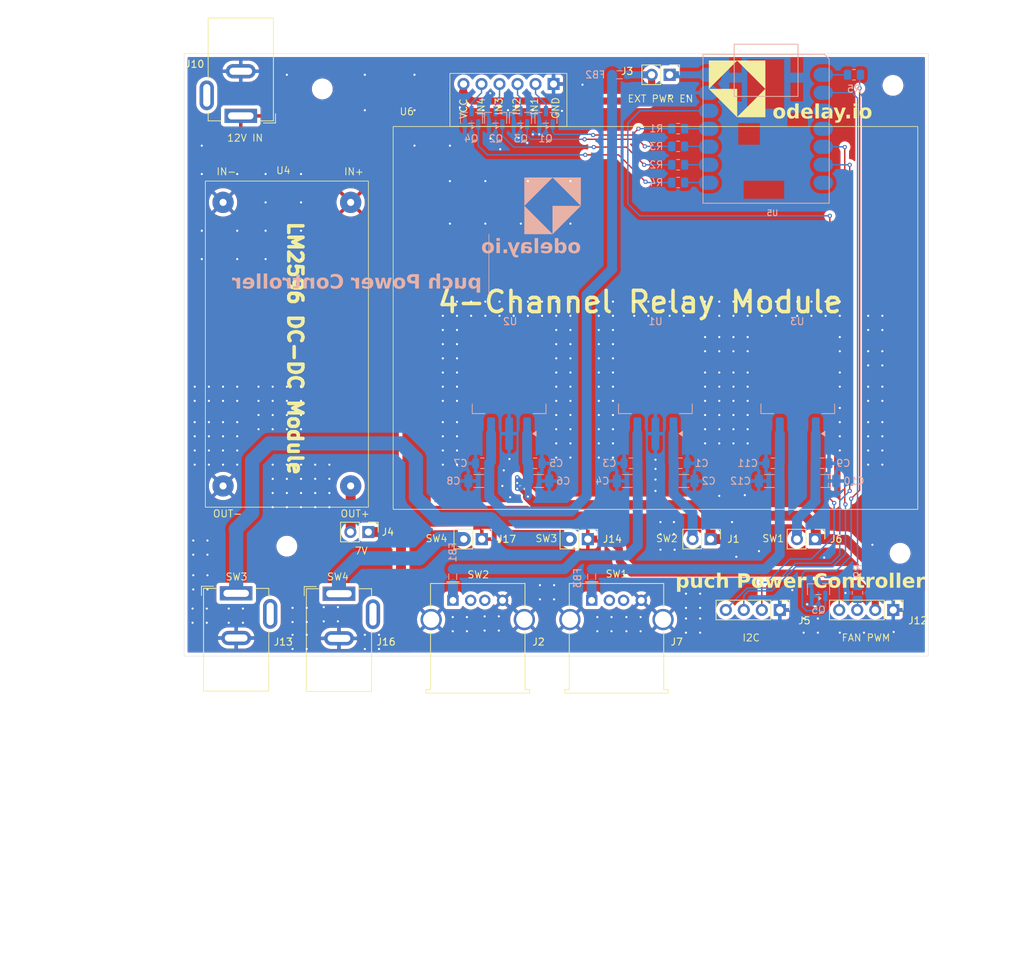
<source format=kicad_pcb>
(kicad_pcb (version 20241229) (generator "pcbnew") (generator_version "9.0")
  (title_block (title "puch Power Controller") (date "2026-01-04") (rev "0.1") (company "http://odelay.io"))
  (layers (0 "F.Cu" signal) (2 "B.Cu" signal) (13 "F.Paste" user) (15 "B.Paste" user) (5 "F.SilkS" user "F.Silkscreen") (7 "B.SilkS" user "B.Silkscreen") (1 "F.Mask" user) (3 "B.Mask" user) (25 "Edge.Cuts" user))
  (net 0 "")
  (net 1 "GNDREF")
  (net 2 "+12V")
  (net 3 "Net-(U1-VO)")
  (net 4 "Net-(U2-VO)")
  (net 5 "Net-(U3-VO)")
  (net 6 "+5V")
  (net 7 "/Relay-IN-2")
  (net 8 "/Relay-IN-4")
  (net 9 "/Relay-IN-3")
  (net 10 "/Relay-IN-1")
  (net 11 "/CTRL-GPIO-1")
  (net 12 "/CTRL-GPIO-3")
  (net 13 "+7V")
  (net 14 "/CTRL-GPIO-2")
  (net 15 "Net-(J3-Pin_1)")
  (net 16 "/FAN-Speed-Sense")
  (net 17 "Net-(Q1-B)")
  (net 18 "Net-(Q2-B)")
  (net 19 "Net-(Q3-B)")
  (net 20 "Net-(Q4-B)")
  (net 21 "Net-(J1-Pin_2)")
  (net 22 "Net-(J6-Pin_2)")
  (net 23 "Net-(J2-VBUS)")
  (net 24 "Net-(J7-VBUS)")
  (net 30 "Net-(J14-Pin_2)")
  (net 32 "Net-(J17-Pin_2)")
  (net 34 "+3.3V")
  (net 35 "/SCL")
  (net 36 "/SDA")
  (net 37 "/FAN-PWM")
  (net 38 "Net-(Q5-B)")
  (net 39 "/CTRL-GPIO-4")
  (net 40 "Net-(U5-PA02_A0_D0)")
  (net 44 "Net-(U5-PA4_A1_D1)")
  (net 45 "Net-(J4-Pin_2)")
  (footprint "odelay:4-Channel-Relay" (layer "F.Cu") (at 129.5 59.8)
    (property "Reference" "U6")
    (property "Value" "4-Channel-Relay-Module")
  )
  (footprint "Connector_PinHeader_2.54mm:PinHeader_1x04_P2.54mm_Vertical" (layer "F.Cu") (at 200.54 128.5 -90)
    (property "Reference" "J12")
    (property "Value" "Conn_01x04_Pin")
  )
  (footprint "Connector_USB:USB_A_Molex_67643_Horizontal" (layer "F.Cu") (at 138.43 127.14)
    (property "Reference" "J2")
    (property "Value" "USB_A")
  )
  (footprint "Connector_PinHeader_2.54mm:PinHeader_1x02_P2.54mm_Vertical" (layer "F.Cu") (at 142.5 118.5 -90)
    (property "Reference" "J17")
    (property "Value" "Conn_01x02_Pin")
  )
  (footprint "MountingHole:MountingHole_2.7mm_M2.5" (layer "F.Cu") (at 200.5 54.5)
    (property "Reference" "H1" (hide yes))
    (property "Value" "MountingHole")
  )
  (footprint "Connector_PinHeader_2.54mm:PinHeader_1x02_P2.54mm_Vertical" (layer "F.Cu") (at 126.5 117.5 -90)
    (property "Reference" "J4")
    (property "Value" "Conn_01x02_Pin")
  )
  (footprint "Odelay_logo_15mm:odelay_logo_8mm" (layer "F.Cu") (at 178.5 55)
    (property "Reference" "G***" (hide yes))
    (property "Value" "LOGO" (hide yes))
  )
  (footprint "MountingHole:MountingHole_2.7mm_M2.5" (layer "F.Cu") (at 120 55)
    (property "Reference" "H3" (hide yes))
    (property "Value" "MountingHole")
  )
  (footprint "MountingHole:MountingHole_2.7mm_M2.5" (layer "F.Cu") (at 115 119.5)
    (property "Reference" "H4" (hide yes))
    (property "Value" "MountingHole")
  )
  (footprint "Connector_PinHeader_2.54mm:PinHeader_1x02_P2.54mm_Vertical" (layer "F.Cu") (at 157.46 118.5 -90)
    (property "Reference" "J14")
    (property "Value" "Conn_01x02_Pin")
  )
  (footprint "Connector_PinHeader_2.54mm:PinHeader_1x02_P2.54mm_Vertical" (layer "F.Cu") (at 189.5 118.5 -90)
    (property "Reference" "J6")
    (property "Value" "Conn_01x02_Pin")
  )
  (footprint "Connector_USB:USB_A_Molex_67643_Horizontal" (layer "F.Cu") (at 158 127.14)
    (property "Reference" "J7")
    (property "Value" "USB_A")
  )
  (footprint "Connector_BarrelJack:BarrelJack_GCT_DCJ200-10-A_Horizontal" (layer "F.Cu") (at 108.5 58.8 180)
    (property "Reference" "J10")
    (property "Value" "Barrel_Jack_Switch")
  )
  (footprint "odelay:LM2596_Module" (layer "F.Cu") (at 124 71 -90)
    (property "Reference" "U4")
    (property "Value" "LM2596_Module")
  )
  (footprint "Connector_PinHeader_2.54mm:PinHeader_1x02_P2.54mm_Vertical" (layer "F.Cu") (at 174.775 118.5 -90)
    (property "Reference" "J1")
    (property "Value" "Conn_01x02_Pin")
  )
  (footprint "Connector_PinHeader_2.54mm:PinHeader_1x04_P2.54mm_Vertical" (layer "F.Cu") (at 184.54 128.5 -90)
    (property "Reference" "J5")
    (property "Value" "Conn_01x04_Pin")
  )
  (footprint "Connector_BarrelJack:BarrelJack_GCT_DCJ200-10-A_Horizontal" (layer "F.Cu") (at 107.85 126.15)
    (property "Reference" "J13")
    (property "Value" "Barrel_Jack_Switch")
  )
  (footprint "MountingHole:MountingHole_2.7mm_M2.5" (layer "F.Cu") (at 201.5 120.5)
    (property "Reference" "H2" (hide yes))
    (property "Value" "MountingHole")
  )
  (footprint "Connector_PinHeader_2.54mm:PinHeader_1x02_P2.54mm_Vertical" (layer "F.Cu") (at 169 53 -90)
    (property "Reference" "J3")
    (property "Value" "Conn_01x02_Pin")
  )
  (footprint "Connector_BarrelJack:BarrelJack_GCT_DCJ200-10-A_Horizontal" (layer "F.Cu") (at 122.35 126.2)
    (property "Reference" "J16")
    (property "Value" "Barrel_Jack_Switch")
  )
  (footprint "Package_TO_SOT_SMD:TO-263-3_TabPin2" (layer "B.Cu") (at 166.985 95.975 90)
    (property "Reference" "U1")
    (property "Value" "LM7805_TO220")
  )
  (footprint "Resistor_SMD:R_0805_2012Metric" (layer "B.Cu") (at 195 53 180)
    (property "Reference" "R5")
    (property "Value" "1K")
  )
  (footprint "Odelay_logo_15mm:odelay_logo_8mm" (layer "B.Cu") (at 152.5 71.5 180)
    (property "Reference" "G***" (hide yes))
    (property "Value" "LOGO" (hide yes))
  )
  (footprint "Capacitor_SMD:C_1206_3216Metric" (layer "B.Cu") (at 142.075 110.3 180)
    (property "Reference" "C8")
    (property "Value" "47uF")
  )
  (footprint "Capacitor_SMD:C_0805_2012Metric" (layer "B.Cu") (at 150.025 107.8)
    (property "Reference" "C5")
    (property "Value" "0.33uF")
  )
  (footprint "Resistor_SMD:R_0805_2012Metric" (layer "B.Cu") (at 170.2 63.1 180)
    (property "Reference" "R3")
    (property "Value" "1K")
  )
  (footprint "xiao:MOUDLE14P-SMD-2.54-21X17.8MM" (layer "B.Cu") (at 191.5 71.12 180)
    (property "Reference" "U5")
    (property "Value" "MOUDLE-SEEEDUINO-XIAO-ESP32C3")
  )
  (footprint "Capacitor_SMD:C_0805_2012Metric" (layer "B.Cu") (at 142.575 107.8 180)
    (property "Reference" "C7")
    (property "Value" "0.1uF")
  )
  (footprint "Capacitor_SMD:C_0805_2012Metric" (layer "B.Cu") (at 170.525 107.8)
    (property "Reference" "C1")
    (property "Value" "0.33uF")
  )
  (footprint "Capacitor_SMD:C_1206_3216Metric" (layer "B.Cu") (at 183.05 110.3 180)
    (property "Reference" "C12")
    (property "Value" "47uF")
  )
  (footprint "Capacitor_SMD:C_1206_3216Metric" (layer "B.Cu") (at 191.025 110.3)
    (property "Reference" "C10")
    (property "Value" "22uF")
  )
  (footprint "Capacitor_SMD:C_0805_2012Metric" (layer "B.Cu") (at 163.525 107.8 180)
    (property "Reference" "C3")
    (property "Value" "0.1uF")
  )
  (footprint "Capacitor_SMD:C_0805_2012Metric" (layer "B.Cu") (at 190.525 107.8)
    (property "Reference" "C9")
    (property "Value" "0.33uF")
  )
  (footprint "Resistor_SMD:R_0805_2012Metric" (layer "B.Cu") (at 170.2 68.2 180)
    (property "Reference" "R4")
    (property "Value" "1K")
  )
  (footprint "Package_TO_SOT_SMD:SOT-23" (layer "B.Cu") (at 151.55 59.0625 90)
    (property "Reference" "Q1")
    (property "Value" "PMBT2222A")
  )
  (footprint "Package_TO_SOT_SMD:TO-263-3_TabPin2" (layer "B.Cu") (at 187.0725 95.975 90)
    (property "Reference" "U3")
    (property "Value" "LM7805_TO220")
  )
  (footprint "Package_TO_SOT_SMD:SOT-23" (layer "B.Cu") (at 190 125.5625 90)
    (property "Reference" "Q5")
    (property "Value" "PMBT2222A")
  )
  (footprint "Package_TO_SOT_SMD:TO-263-3_TabPin2" (layer "B.Cu") (at 146.35 95.975 90)
    (property "Reference" "U2")
    (property "Value" "LM7805_TO220")
  )
  (footprint "Package_TO_SOT_SMD:SOT-23" (layer "B.Cu") (at 144.45 59.0625 90)
    (property "Reference" "Q2")
    (property "Value" "PMBT2222A")
  )
  (footprint "Package_TO_SOT_SMD:SOT-23" (layer "B.Cu") (at 141.05 59.0625 90)
    (property "Reference" "Q4")
    (property "Value" "PMBT2222A")
  )
  (footprint "Inductor_SMD:L_0805_2012Metric" (layer "B.Cu") (at 161.9375 53)
    (property "Reference" "FB2")
    (property "Value" "FerriteBead")
  )
  (footprint "Inductor_SMD:L_0805_2012Metric" (layer "B.Cu") (at 138.4 123.8 -90)
    (property "Reference" "FB1")
    (property "Value" "FerriteBead")
  )
  (footprint "Inductor_SMD:L_0805_2012Metric" (layer "B.Cu") (at 158 123.8 -90)
    (property "Reference" "FB3")
    (property "Value" "FerriteBead")
  )
  (footprint "Capacitor_SMD:C_1206_3216Metric" (layer "B.Cu") (at 150.525 110.3)
    (property "Reference" "C6")
    (property "Value" "22uF")
  )
  (footprint "Resistor_SMD:R_0805_2012Metric" (layer "B.Cu") (at 170.2 60.6 180)
    (property "Reference" "R1")
    (property "Value" "1K")
  )
  (footprint "Resistor_SMD:R_0805_2012Metric" (layer "B.Cu") (at 170.2 65.7 180)
    (property "Reference" "R2")
    (property "Value" "1K")
  )
  (footprint "Capacitor_SMD:C_1206_3216Metric" (layer "B.Cu") (at 163.025 110.3 180)
    (property "Reference" "C4")
    (property "Value" "47uF")
  )
  (footprint "Resistor_SMD:R_0805_2012Metric" (layer "B.Cu") (at 195.5 126.0875 90)
    (property "Reference" "R9")
    (property "Value" "0ohm")
  )
  (footprint "Package_TO_SOT_SMD:SOT-23" (layer "B.Cu") (at 147.95 59.0625 90)
    (property "Reference" "Q3")
    (property "Value" "PMBT2222A")
  )
  (footprint "Capacitor_SMD:C_1206_3216Metric" (layer "B.Cu") (at 171.025 110.3)
    (property "Reference" "C2")
    (property "Value" "22uF")
  )
  (footprint "Capacitor_SMD:C_0805_2012Metric" (layer "B.Cu") (at 183.55 107.8 180)
    (property "Reference" "C11")
    (property "Value" "0.1uF")
  )
  (gr_line (start 143.5 75.5) (end 143.5 84) (stroke (width 0.1)) (layer "B.SilkS"))
  (gr_rect (start 100.5 50) (end 205.5 135) (stroke (width 0.05)) (fill no) (layer "Edge.Cuts"))
  (gr_text "SW3" (at 150 119 0) (layer "F.SilkS") (effects (font (size 1 1) (thickness 0.127)) (justify left bottom)))
  (gr_text "7V" (at 124.5 120.75 0) (layer "F.SilkS") (effects (font (size 1 1) (thickness 0.127)) (justify left bottom)))
  (gr_text "SW2" (at 140.4 124.1 0) (layer "F.SilkS") (effects (font (size 1 1) (thickness 0.127)) (justify left bottom)))
  (gr_text "EXT PWR EN" (at 163 56.968413 0) (layer "F.SilkS") (effects (font (size 1 1) (thickness 0.127)) (justify left bottom)))
  (gr_text "SW1" (at 159.9 124 0) (layer "F.SilkS") (effects (font (size 1 1) (thickness 0.127)) (justify left bottom)))
  (gr_text "SW1" (at 182 119 0) (layer "F.SilkS") (effects (font (size 1 1) (thickness 0.127)) (justify left bottom)))
  (gr_text "puch Power Controller" (at 169.8 125.7 0) (layer "F.SilkS") (effects (font (size 2 2) (thickness 0.4) (bold yes) (italic yes)) (justify left bottom)))
  (gr_text "SW3" (at 106.3 124.4 0) (layer "F.SilkS") (effects (font (size 1 1) (thickness 0.127)) (justify left bottom)))
  (gr_text "SW4" (at 134.5 119 0) (layer "F.SilkS") (effects (font (size 1 1) (thickness 0.127)) (justify left bottom)))
  (gr_text "I2C" (at 179.2 133 0) (layer "F.SilkS") (effects (font (size 1 1) (thickness 0.127)) (justify left bottom)))
  (gr_text "SW2" (at 167 119 0) (layer "F.SilkS") (effects (font (size 1 1) (thickness 0.127)) (justify left bottom)))
  (gr_text "odelay.io" (at 183.5 59.5 -0) (layer "F.SilkS") (effects (font (size 2 2) (thickness 0.4) (bold yes)) (justify left bottom)))
  (gr_text "FAN PWM" (at 193.2 133 0) (layer "F.SilkS") (effects (font (size 1 1) (thickness 0.127)) (justify left bottom)))
  (gr_text "12V IN" (at 106.5 62.5 0) (layer "F.SilkS") (effects (font (size 1 1) (thickness 0.127)) (justify left bottom)))
  (gr_text "SW4" (at 120.6 124.4 0) (layer "F.SilkS") (effects (font (size 1 1) (thickness 0.127)) (justify left bottom)))
  (gr_text "puch Power Controller" (at 142.5 83.5 0) (layer "B.SilkS") (effects (font (size 2 2) (thickness 0.4) (bold yes) (italic yes)) (justify left bottom mirror)))
  (gr_text "odelay.io" (at 156.5 78.5 0) (layer "B.SilkS") (effects (font (size 2 2) (thickness 0.4) (bold yes)) (justify left bottom mirror)))
  (via (at 153 93) (size 0.6) (drill 0.3) (layers "F.Cu" "B.Cu") (net 1))
  (via (at 115 99) (size 0.6) (drill 0.3) (layers "F.Cu" "B.Cu") (net 1))
  (via (at 155 89) (size 0.6) (drill 0.3) (layers "F.Cu" "B.Cu") (net 1))
  (via (at 196.4 131.7) (size 0.6) (drill 0.3) (layers "F.Cu" "B.Cu") (net 1))
  (via (at 115 110) (size 0.6) (drill 0.3) (layers "F.Cu" "B.Cu") (net 1))
  (via (at 117.8 134) (size 0.6) (drill 0.3) (layers "F.Cu" "B.Cu") (net 1))
  (via (at 117 110) (size 0.6) (drill 0.3) (layers "F.Cu" "B.Cu") (net 1))
  (via (at 137 89) (size 0.6) (drill 0.3) (layers "F.Cu" "B.Cu") (net 1))
  (via (at 108 108) (size 0.6) (drill 0.3) (layers "F.Cu" "B.Cu") (net 1))
  (via (at 115 97) (size 0.6) (drill 0.3) (layers "F.Cu" "B.Cu") (net 1))
  (via (at 193 104) (size 0.6) (drill 0.3) (layers "F.Cu" "B.Cu") (net 1))
  (via (at 102 102) (size 0.6) (drill 0.3) (layers "F.Cu" "B.Cu") (net 1))
  (via (at 158.8 129.5) (size 0.6) (drill 0.3) (layers "F.Cu" "B.Cu") (net 1))
  (via (at 199 104) (size 0.6) (drill 0.3) (layers "F.Cu" "B.Cu") (net 1))
  (via (at 153 91) (size 0.6) (drill 0.3) (layers "F.Cu" "B.Cu") (net 1))
  (via (at 176 99) (size 0.6) (drill 0.3) (layers "F.Cu" "B.Cu") (net 1))
  (via (at 193 95) (size 0.6) (drill 0.3) (layers "F.Cu" "B.Cu") (net 1))
  (via (at 193 87) (size 0.6) (drill 0.3) (layers "F.Cu" "B.Cu") (net 1))
  (via (at 104 106) (size 0.6) (drill 0.3) (layers "F.Cu" "B.Cu") (net 1))
  (via (at 117 67) (size 0.6) (drill 0.3) (layers "F.Cu" "B.Cu") (net 1))
  (via (at 143.7 62) (size 0.6) (drill 0.3) (layers "F.Cu" "B.Cu") (net 1))
  (via (at 180 95) (size 0.6) (drill 0.3) (layers "F.Cu" "B.Cu") (net 1))
  (via (at 161 107) (size 0.6) (drill 0.3) (layers "F.Cu" "B.Cu") (net 1))
  (via (at 184 85) (size 0.6) (drill 0.3) (layers "F.Cu" "B.Cu") (net 1))
  (via (at 106 104) (size 0.6) (drill 0.3) (layers "F.Cu" "B.Cu") (net 1))
  (via (at 197 97) (size 0.6) (drill 0.3) (layers "F.Cu" "B.Cu") (net 1))
  (via (at 155 107) (size 0.6) (drill 0.3) (layers "F.Cu" "B.Cu") (net 1))
  (via (at 161 87) (size 0.6) (drill 0.3) (layers "F.Cu" "B.Cu") (net 1))
  (via (at 164.9 129.5) (size 0.6) (drill 0.3) (layers "F.Cu" "B.Cu") (net 1))
  (via (at 155 105) (size 0.6) (drill 0.3) (layers "F.Cu" "B.Cu") (net 1))
  (via (at 103.8 118.7) (size 0.6) (drill 0.3) (layers "F.Cu" "B.Cu") (net 1))
  (via (at 117 97) (size 0.6) (drill 0.3) (layers "F.Cu" "B.Cu") (net 1))
  (via (at 197.6 119.3) (size 0.6) (drill 0.3) (layers "F.Cu" "B.Cu") (net 1))
  (via (at 189.5 128) (size 0.6) (drill 0.3) (layers "F.Cu" "B.Cu") (net 1))
  (via (at 104 97) (size 0.6) (drill 0.3) (layers "F.Cu" "B.Cu") (net 1))
  (via (at 199 102) (size 0.6) (drill 0.3) (layers "F.Cu" "B.Cu") (net 1))
  (via (at 171 85) (size 0.6) (drill 0.3) (layers "F.Cu" "B.Cu") (net 1))
  (via (at 113 114) (size 0.6) (drill 0.3) (layers "F.Cu" "B.Cu") (net 1))
  (via (at 117.8 132) (size 0.6) (drill 0.3) (layers "F.Cu" "B.Cu") (net 1))
  (via (at 137 85) (size 0.6) (drill 0.3) (layers "F.Cu" "B.Cu") (net 1))
  (via (at 174 95) (size 0.6) (drill 0.3) (layers "F.Cu" "B.Cu") (net 1))
  (via (at 160.8 129.5) (size 0.6) (drill 0.3) (layers "F.Cu" "B.Cu") (net 1))
  (via (at 146.4 107.2) (size 0.6) (drill 0.3) (layers "F.Cu" "B.Cu") (net 1))
  (via (at 106 106) (size 0.6) (drill 0.3) (layers "F.Cu" "B.Cu") (net 1))
  (via (at 102 106) (size 0.6) (drill 0.3) (layers "F.Cu" "B.Cu") (net 1))
  (via (at 180 105) (size 0.6) (drill 0.3) (layers "F.Cu" "B.Cu") (net 1))
  (via (at 102 108) (size 0.6) (drill 0.3) (layers "F.Cu" "B.Cu") (net 1))
  (via (at 193 90) (size 0.6) (drill 0.3) (layers "F.Cu" "B.Cu") (net 1))
  (via (at 143.7 55.6) (size 0.6) (drill 0.3) (layers "F.Cu" "B.Cu") (net 1))
  (via (at 153 97) (size 0.6) (drill 0.3) (layers "F.Cu" "B.Cu") (net 1))
  (via (at 115.8 134) (size 0.6) (drill 0.3) (layers "F.Cu" "B.Cu") (net 1))
  (via (at 103.7 130.3) (size 0.6) (drill 0.3) (layers "F.Cu" "B.Cu") (net 1))
  (via (at 108 79) (size 0.6) (drill 0.3) (layers "F.Cu" "B.Cu") (net 1))
  (via (at 149 85) (size 0.6) (drill 0.3) (layers "F.Cu" "B.Cu") (net 1))
  (via (at 143 85) (size 0.6) (drill 0.3) (layers "F.Cu" "B.Cu") (net 1))
  (via (at 120.2 128.1) (size 0.6) (drill 0.3) (layers "F.Cu" "B.Cu") (net 1))
  (via (at 103 67) (size 0.6) (drill 0.3) (layers "F.Cu" "B.Cu") (net 1))
  (via (at 138 63) (size 0.6) (drill 0.3) (layers "F.Cu" "B.Cu") (net 1))
  (via (at 153 95) (size 0.6) (drill 0.3) (layers "F.Cu" "B.Cu") (net 1))
  (via (at 176 90) (size 0.6) (drill 0.3) (layers "F.Cu" "B.Cu") (net 1))
  (via (at 121 112) (size 0.6) (drill 0.3) (layers "F.Cu" "B.Cu") (net 1))
  (via (at 153 101) (size 0.6) (drill 0.3) (layers "F.Cu" "B.Cu") (net 1))
  (via (at 181.6 120.2) (size 0.6) (drill 0.3) (layers "F.Cu" "B.Cu") (net 1))
  (via (at 143 87) (size 0.6) (drill 0.3) (layers "F.Cu" "B.Cu") (net 1))
  (via (at 153 105) (size 0.6) (drill 0.3) (layers "F.Cu" "B.Cu") (net 1))
  (via (at 199 92) (size 0.6) (drill 0.3) (layers "F.Cu" "B.Cu") (net 1))
  (via (at 167 110.1) (size 0.6) (drill 0.3) (layers "F.Cu" "B.Cu") (net 1))
  (via (at 104 102) (size 0.6) (drill 0.3) (layers "F.Cu" "B.Cu") (net 1))
  (via (at 171.3 131.7) (size 0.6) (drill 0.3) (layers "F.Cu" "B.Cu") (net 1))
  (via (at 178 95) (size 0.6) (drill 0.3) (layers "F.Cu" "B.Cu") (net 1))
  (via (at 138.4 131.5) (size 0.6) (drill 0.3) (layers "F.Cu" "B.Cu") (net 1))
  (via (at 149.7 61.4) (size 0.6) (drill 0.3) (layers "F.Cu" "B.Cu") (net 1))
  (via (at 167 111.7) (size 0.6) (drill 0.3) (layers "F.Cu" "B.Cu") (net 1))
  (via (at 180 97) (size 0.6) (drill 0.3) (layers "F.Cu" "B.Cu") (net 1))
  (via (at 133 58) (size 0.6) (drill 0.3) (layers "F.Cu" "B.Cu") (net 1))
  (via (at 155 74) (size 0.6) (drill 0.3) (layers "F.Cu" "B.Cu") (net 1))
  (via (at 169 87) (size 0.6) (drill 0.3) (layers "F.Cu" "B.Cu") (net 1))
  (via (at 117 103) (size 0.6) (drill 0.3) (layers "F.Cu" "B.Cu") (net 1))
  (via (at 142.9 129.4) (size 0.6) (drill 0.3) (layers "F.Cu" "B.Cu") (net 1))
  (via (at 180 101) (size 0.6) (drill 0.3) (layers "F.Cu" "B.Cu") (net 1))
  (via (at 199 89) (size 0.6) (drill 0.3) (layers "F.Cu" "B.Cu") (net 1))
  (via (at 187.9 131.7) (size 0.6) (drill 0.3) (layers "F.Cu" "B.Cu") (net 1))
  (via (at 180 87) (size 0.6) (drill 0.3) (layers "F.Cu" "B.Cu") (net 1))
  (via (at 126 58) (size 0.6) (drill 0.3) (layers "F.Cu" "B.Cu") (net 1))
  (via (at 193 92) (size 0.6) (drill 0.3) (layers "F.Cu" "B.Cu") (net 1))
  (via (at 155 87) (size 0.6) (drill 0.3) (layers "F.Cu" "B.Cu") (net 1))
  (via (at 156.7 54.4) (size 0.6) (drill 0.3) (layers "F.Cu" "B.Cu") (net 1))
  (via (at 108 67) (size 0.6) (drill 0.3) (layers "F.Cu" "B.Cu") (net 1))
  (via (at 139 93) (size 0.6) (drill 0.3) (layers "F.Cu" "B.Cu") (net 1))
  (via (at 115 114) (size 0.6) (drill 0.3) (layers "F.Cu" "B.Cu") (net 1))
  (via (at 180 103) (size 0.6) (drill 0.3) (layers "F.Cu" "B.Cu") (net 1))
  (via (at 145 87) (size 0.6) (drill 0.3) (layers "F.Cu" "B.Cu") (net 1))
  (via (at 150.7 127) (size 0.6) (drill 0.3) (layers "F.Cu" "B.Cu") (net 1))
  (via (at 115 108) (size 0.6) (drill 0.3) (layers "F.Cu" "B.Cu") (net 1))
  (via (at 193 106) (size 0.6) (drill 0.3) (layers "F.Cu" "B.Cu") (net 1))
  (via (at 140.4 131.5) (size 0.6) (drill 0.3) (layers "F.Cu" "B.Cu") (net 1))
  (via (at 171 87) (size 0.6) (drill 0.3) (layers "F.Cu" "B.Cu") (net 1))
  (via (at 179.6 112.3) (size 0.6) (drill 0.3) (layers "F.Cu" "B.Cu") (net 1))
  (via (at 102 99) (size 0.6) (drill 0.3) (layers "F.Cu" "B.Cu") (net 1))
  (via (at 178 87) (size 0.6) (drill 0.3) (layers "F.Cu" "B.Cu") (net 1))
  (via (at 176 112.4) (size 0.6) (drill 0.3) (layers "F.Cu" "B.Cu") (net 1))
  (via (at 121 110) (size 0.6) (drill 0.3) (layers "F.Cu" "B.Cu") (net 1))
  (via (at 149 87) (size 0.6) (drill 0.3) (layers "F.Cu" "B.Cu") (net 1))
  (via (at 139 99) (size 0.6) (drill 0.3) (layers "F.Cu" "B.Cu") (net 1))
  (via (at 128 134) (size 0.6) (drill 0.3) (layers "F.Cu" "B.Cu") (net 1))
  (via (at 167.7 120) (size 0.6) (drill 0.3) (layers "F.Cu" "B.Cu") (net 1))
  (via (at 104 108) (size 0.6) (drill 0.3) (layers "F.Cu" "B.Cu") (net 1))
  (via (at 159 107) (size 0.6) (drill 0.3) (layers "F.Cu" "B.Cu") (net 1))
  (via (at 144.9 131.4) (size 0.6) (drill 0.3) (layers "F.Cu" "B.Cu") (net 1))
  (via (at 199 94) (size 0.6) (drill 0.3) (layers "F.Cu" "B.Cu") (net 1))
  (via (at 177.8 116.1) (size 0.6) (drill 0.3) (layers "F.Cu" "B.Cu") (net 1))
  (via (at 189.9 129.7) (size 0.6) (drill 0.3) (layers "F.Cu" "B.Cu") (net 1))
  (via (at 152.7 127) (size 0.6) (drill 0.3) (layers "F.Cu" "B.Cu") (net 1))
  (via (at 171.3 126.2) (size 0.6) (drill 0.3) (layers "F.Cu" "B.Cu") (net 1))
  (via (at 143 74) (size 0.6) (drill 0.3) (layers "F.Cu" "B.Cu") (net 1))
  (via (at 161 91) (size 0.6) (drill 0.3) (layers "F.Cu" "B.Cu") (net 1))
  (via (at 141 87) (size 0.6) (drill 0.3) (layers "F.Cu" "B.Cu") (net 1))
  (via (at 178 105) (size 0.6) (drill 0.3) (layers "F.Cu" "B.Cu") (net 1))
  (via (at 148 74) (size 0.6) (drill 0.3) (layers "F.Cu" "B.Cu") (net 1))
  (via (at 112 75) (size 0.6) (drill 0.3) (layers "F.Cu" "B.Cu") (net 1))
  (via (at 153 107) (size 0.6) (drill 0.3) (layers "F.Cu" "B.Cu") (net 1))
  (via (at 197 104) (size 0.6) (drill 0.3) (layers "F.Cu" "B.Cu") (net 1))
  (via (at 182 87) (size 0.6) (drill 0.3) (layers "F.Cu" "B.Cu") (net 1))
  (via (at 180 85) (size 0.6) (drill 0.3) (layers "F.Cu" "B.Cu") (net 1))
  (via (at 115 112) (size 0.6) (drill 0.3) (layers "F.Cu" "B.Cu") (net 1))
  (via (at 193 131.7) (size 0.6) (drill 0.3) (layers "F.Cu" "B.Cu") (net 1))
  (via (at 117.8 128.2) (size 0.6) (drill 0.3) (layers "F.Cu" "B.Cu") (net 1))
  (via (at 139 104) (size 0.6) (drill 0.3) (layers "F.Cu" "B.Cu") (net 1))
  (via (at 159 87) (size 0.6) (drill 0.3) (layers "F.Cu" "B.Cu") (net 1))
  (via (at 146.5 112.6) (size 0.6) (drill 0.3) (layers "F.Cu" "B.Cu") (net 1))
  (via (at 108.8 128.3) (size 0.6) (drill 0.3) (layers "F.Cu" "B.Cu") (net 1))
  (via (at 113 99) (size 0.6) (drill 0.3) (layers "F.Cu" "B.Cu") (net 1))
  (via (at 193 97) (size 0.6) (drill 0.3) (layers "F.Cu" "B.Cu") (net 1))
  (via (at 197 89) (size 0.6) (drill 0.3) (layers "F.Cu" "B.Cu") (net 1))
  (via (at 160.8 131.5) (size 0.6) (drill 0.3) (layers "F.Cu" "B.Cu") (net 1))
  (via (at 115.8 130.2) (size 0.6) (drill 0.3) (layers "F.Cu" "B.Cu") (net 1))
  (via (at 137 93) (size 0.6) (drill 0.3) (layers "F.Cu" "B.Cu") (net 1))
  (via (at 115 103) (size 0.6) (drill 0.3) (layers "F.Cu" "B.Cu") (net 1))
  (via (at 128 132) (size 0.6) (drill 0.3) (layers "F.Cu" "B.Cu") (net 1))
  (via (at 147 87) (size 0.6) (drill 0.3) (layers "F.Cu" "B.Cu") (net 1))
  (via (at 155 93) (size 0.6) (drill 0.3) (layers "F.Cu" "B.Cu") (net 1))
  (via (at 139 106) (size 0.6) (drill 0.3) (layers "F.Cu" "B.Cu") (net 1))
  (via (at 193.8 126.1) (size 0.6) (drill 0.3) (layers "F.Cu" "B.Cu") (net 1))
  (via (at 139 102) (size 0.6) (drill 0.3) (layers "F.Cu" "B.Cu") (net 1))
  (via (at 178 99) (size 0.6) (drill 0.3) (layers "F.Cu" "B.Cu") (net 1))
  (via (at 161 105) (size 0.6) (drill 0.3) (layers "F.Cu" "B.Cu") (net 1))
  (via (at 164 87) (size 0.6) (drill 0.3) (layers "F.Cu" "B.Cu") (net 1))
  (via (at 139 97) (size 0.6) (drill 0.3) (layers "F.Cu" "B.Cu") (net 1))
  (via (at 151 85) (size 0.6) (drill 0.3) (layers "F.Cu" "B.Cu") (net 1))
  (via (at 191 87) (size 0.6) (drill 0.3) (layers "F.Cu" "B.Cu") (net 1))
  (via (at 145.6 108.8) (size 0.6) (drill 0.3) (layers "F.Cu" "B.Cu") (net 1))
  (via (at 117 71) (size 0.6) (drill 0.3) (layers "F.Cu" "B.Cu") (net 1))
  (via (at 189 85) (size 0.6) (drill 0.3) (layers "F.Cu" "B.Cu") (net 1))
  (via (at 126 132) (size 0.6) (drill 0.3) (layers "F.Cu" "B.Cu") (net 1))
  (via (at 111 97) (size 0.6) (drill 0.3) (layers "F.Cu" "B.Cu") (net 1))
  (via (at 159 93) (size 0.6) (drill 0.3) (layers "F.Cu" "B.Cu") (net 1))
  (via (at 108.8 130.3) (size 0.6) (drill 0.3) (layers "F.Cu" "B.Cu") (net 1))
  (via (at 108 99) (size 0.6) (drill 0.3) (layers "F.Cu" "B.Cu") (net 1))
  (via (at 137 97) (size 0.6) (drill 0.3) (layers "F.Cu" "B.Cu") (net 1))
  (via (at 102 104) (size 0.6) (drill 0.3) (layers "F.Cu" "B.Cu") (net 1))
  (via (at 146.2 58) (size 0.6) (drill 0.3) (layers "F.Cu" "B.Cu") (net 1))
  (via (at 117 114) (size 0.6) (drill 0.3) (layers "F.Cu" "B.Cu") (net 1))
  (via (at 197 106) (size 0.6) (drill 0.3) (layers "F.Cu" "B.Cu") (net 1))
  (via (at 121 114) (size 0.6) (drill 0.3) (layers "F.Cu" "B.Cu") (net 1))
  (via (at 159 103) (size 0.6) (drill 0.3) (layers "F.Cu" "B.Cu") (net 1))
  (via (at 187.9 129.7) (size 0.6) (drill 0.3) (layers "F.Cu" "B.Cu") (net 1))
  (via (at 197 87) (size 0.6) (drill 0.3) (layers "F.Cu" "B.Cu") (net 1))
  (via (at 178 85) (size 0.6) (drill 0.3) (layers "F.Cu" "B.Cu") (net 1))
  (via (at 150.6 61.4) (size 0.6) (drill 0.3) (layers "F.Cu" "B.Cu") (net 1))
  (via (at 149 68) (size 0.6) (drill 0.3) (layers "F.Cu" "B.Cu") (net 1))
  (via (at 103 79) (size 0.6) (drill 0.3) (layers "F.Cu" "B.Cu") (net 1))
  (via (at 139.4 57.6) (size 0.6) (drill 0.3) (layers "F.Cu" "B.Cu") (net 1))
  (via (at 199 87) (size 0.6) (drill 0.3) (layers "F.Cu" "B.Cu") (net 1))
  (via (at 178 92) (size 0.6) (drill 0.3) (layers "F.Cu" "B.Cu") (net 1))
  (via (at 174 92) (size 0.6) (drill 0.3) (layers "F.Cu" "B.Cu") (net 1))
  (via (at 159 99) (size 0.6) (drill 0.3) (layers "F.Cu" "B.Cu") (net 1))
  (via (at 161 101) (size 0.6) (drill 0.3) (layers "F.Cu" "B.Cu") (net 1))
  (via (at 153 85) (size 0.6) (drill 0.3) (layers "F.Cu" "B.Cu") (net 1))
  (via (at 101.8 118.7) (size 0.6) (drill 0.3) (layers "F.Cu" "B.Cu") (net 1))
  (via (at 173.3 131.7) (size 0.6) (drill 0.3) (layers "F.Cu" "B.Cu") (net 1))
  (via (at 161 99) (size 0.6) (drill 0.3) (layers "F.Cu" "B.Cu") (net 1))
  (via (at 187 87) (size 0.6) (drill 0.3) (layers "F.Cu" "B.Cu") (net 1))
  (via (at 174 87) (size 0.6) (drill 0.3) (layers "F.Cu" "B.Cu") (net 1))
  (via (at 137 106) (size 0.6) (drill 0.3) (layers "F.Cu" "B.Cu") (net 1))
  (via (at 174 90) (size 0.6) (drill 0.3) (layers "F.Cu" "B.Cu") (net 1))
  (via (at 174 105) (size 0.6) (drill 0.3) (layers "F.Cu" "B.Cu") (net 1))
  (via (at 117 112) (size 0.6) (drill 0.3) (layers "F.Cu" "B.Cu") (net 1))
  (via (at 147 85) (size 0.6) (drill 0.3) (layers "F.Cu" "B.Cu") (net 1))
  (via (at 158.8 131.5) (size 0.6) (drill 0.3) (layers "F.Cu" "B.Cu") (net 1))
  (via (at 147.7 61.9) (size 0.6) (drill 0.3) (layers "F.Cu" "B.Cu") (net 1))
  (via (at 112 71) (size 0.6) (drill 0.3) (layers "F.Cu" "B.Cu") (net 1))
  (via (at 169 56) (size 0.6) (drill 0.3) (layers "F.Cu" "B.Cu") (net 1))
  (via (at 173.3 126.2) (size 0.6) (drill 0.3) (layers "F.Cu" "B.Cu") (net 1))
  (via (at 106 102) (size 0.6) (drill 0.3) (layers "F.Cu" "B.Cu") (net 1))
  (via (at 182 85) (size 0.6) (drill 0.3) (layers "F.Cu" "B.Cu") (net 1))
  (via (at 108 75) (size 0.6) (drill 0.3) (layers "F.Cu" "B.Cu") (net 1))
  (via (at 111 103) (size 0.6) (drill 0.3) (layers "F.Cu" "B.Cu") (net 1))
  (via (at 117.8 130.2) (size 0.6) (drill 0.3) (layers "F.Cu" "B.Cu") (net 1))
  (via (at 171.5 56) (size 0.6) (drill 0.3) (layers "F.Cu" "B.Cu") (net 1))
  (via (at 106.8 128.3) (size 0.6) (drill 0.3) (layers "F.Cu" "B.Cu") (net 1))
  (via (at 184 87) (size 0.6) (drill 0.3) (layers "F.Cu" "B.Cu") (net 1))
  (via (at 162.9 131.5) (size 0.6) (drill 0.3) (layers "F.Cu" "B.Cu") (net 1))
  (via (at 115 101) (size 0.6) (drill 0.3) (layers "F.Cu" "B.Cu") (net 1))
  (via (at 117 99) (size 0.6) (drill 0.3) (layers "F.Cu" "B.Cu") (net 1))
  (via (at 191 85) (size 0.6) (drill 0.3) (layers "F.Cu" "B.Cu") (net 1))
  (via (at 138 68) (size 0.6) (drill 0.3) (layers "F.Cu" "B.Cu") (net 1))
  (via (at 103.8 125.6) (size 0.6) (drill 0.3) (layers "F.Cu" "B.Cu") (net 1))
  (via (at 155 101) (size 0.6) (drill 0.3) (layers "F.Cu" "B.Cu") (net 1))
  (via (at 155 103) (size 0.6) (drill 0.3) (layers "F.Cu" "B.Cu") (net 1))
  (via (at 102 97) (size 0.6) (drill 0.3) (layers "F.Cu" "B.Cu") (net 1))
  (via (at 199 108) (size 0.6) (drill 0.3) (layers "F.Cu" "B.Cu") (net 1))
  (via (at 174 101) (size 0.6) (drill 0.3) (layers "F.Cu" "B.Cu") (net 1))
  (via (at 152.7 125) (size 0.6) (drill 0.3) (layers "F.Cu" "B.Cu") (net 1))
  (via (at 145.1 63.5) (size 0.6) (drill 0.3) (layers "F.Cu" "B.Cu") (net 1))
  (via (at 112 67) (size 0.6) (drill 0.3) (layers "F.Cu" "B.Cu") (net 1))
  (via (at 167 108.6) (size 0.6) (drill 0.3) (layers "F.Cu" "B.Cu") (net 1))
  (via (at 108 106) (size 0.6) (drill 0.3) (layers "F.Cu" "B.Cu") (net 1))
  (via (at 153 87) (size 0.6) (drill 0.3) (layers "F.Cu" "B.Cu") (net 1))
  (via (at 167.7 117.8) (size 0.6) (drill 0.3) (layers "F.Cu" "B.Cu") (net 1))
  (via (at 174 85) (size 0.6) (drill 0.3) (layers "F.Cu" "B.Cu") (net 1))
  (via (at 142.9 131.4) (size 0.6) (drill 0.3) (layers "F.Cu" "B.Cu") (net 1))
  (via (at 159 91) (size 0.6) (drill 0.3) (layers "F.Cu" "B.Cu") (net 1))
  (via (at 111 99) (size 0.6) (drill 0.3) (layers "F.Cu" "B.Cu") (net 1))
  (via (at 153.8 58.1) (size 0.6) (drill 0.3) (layers "F.Cu" "B.Cu") (net 1))
  (via (at 139 108) (size 0.6) (drill 0.3) (layers "F.Cu" "B.Cu") (net 1))
  (via (at 159 85) (size 0.6) (drill 0.3) (layers "F.Cu" "B.Cu") (net 1))
  (via (at 106 108) (size 0.6) (drill 0.3) (layers "F.Cu" "B.Cu") (net 1))
  (via (at 189.9 131.7) (size 0.6) (drill 0.3) (layers "F.Cu" "B.Cu") (net 1))
  (via (at 200.6 131.6) (size 0.6) (drill 0.3) (layers "F.Cu" "B.Cu") (net 1))
  (via (at 176 95) (size 0.6) (drill 0.3) (layers "F.Cu" "B.Cu") (net 1))
  (via (at 103 63) (size 0.6) (drill 0.3) (layers "F.Cu" "B.Cu") (net 1))
  (via (at 178 103) (size 0.6) (drill 0.3) (layers "F.Cu" "B.Cu") (net 1))
  (via (at 143 68) (size 0.6) (drill 0.3) (layers "F.Cu" "B.Cu") (net 1))
  (via (at 176 103) (size 0.6) (drill 0.3) (layers "F.Cu" "B.Cu") (net 1))
  (via (at 159 101) (size 0.6) (drill 0.3) (layers "F.Cu" "B.Cu") (net 1))
  (via (at 101.8 120.7) (size 0.6) (drill 0.3) (layers "F.Cu" "B.Cu") (net 1))
  (via (at 171.3 129.7) (size 0.6) (drill 0.3) (layers "F.Cu" "B.Cu") (net 1))
  (via (at 164 85) (size 0.6) (drill 0.3) (layers "F.Cu" "B.Cu") (net 1))
  (via (at 101.7 128.3) (size 0.6) (drill 0.3) (layers "F.Cu" "B.Cu") (net 1))
  (via (at 139 87) (size 0.6) (drill 0.3) (layers "F.Cu" "B.Cu") (net 1))
  (via (at 166 85) (size 0.6) (drill 0.3) (layers "F.Cu" "B.Cu") (net 1))
  (via (at 106 99) (size 0.6) (drill 0.3) (layers "F.Cu" "B.Cu") (net 1))
  (via (at 113 103) (size 0.6) (drill 0.3) (layers "F.Cu" "B.Cu") (net 1))
  (via (at 193 100) (size 0.6) (drill 0.3) (layers "F.Cu" "B.Cu") (net 1))
  (via (at 161 89) (size 0.6) (drill 0.3) (layers "F.Cu" "B.Cu") (net 1))
  (via (at 169.6 117.8) (size 0.6) (drill 0.3) (layers "F.Cu" "B.Cu") (net 1))
  (via (at 145.4 111) (size 0.6) (drill 0.3) (layers "F.Cu" "B.Cu") (net 1))
  (via (at 176 87) (size 0.6) (drill 0.3) (layers "F.Cu" "B.Cu") (net 1))
  (via (at 101.8 125.6) (size 0.6) (drill 0.3) (layers "F.Cu" "B.Cu") (net 1))
  (via (at 190.8 121.1) (size 0.6) (drill 0.3) (layers "F.Cu" "B.Cu") (net 1))
  (via (at 171.3 128.2) (size 0.6) (drill 0.3) (layers "F.Cu" "B.Cu") (net 1))
  (via (at 139 95) (size 0.6) (drill 0.3) (layers "F.Cu" "B.Cu") (net 1))
  (via (at 199 97) (size 0.6) (drill 0.3) (layers "F.Cu" "B.Cu") (net 1))
  (via (at 126 53) (size 0.6) (drill 0.3) (layers "F.Cu" "B.Cu") (net 1))
  (via (at 155 85) (size 0.6) (drill 0.3) (layers "F.Cu" "B.Cu") (net 1))
  (via (at 197 108) (size 0.6) (drill 0.3) (layers "F.Cu" "B.Cu") (net 1))
  (via (at 138 74) (size 0.6) (drill 0.3) (layers "F.Cu" "B.Cu") (net 1))
  (via (at 103 75) (size 0.6) (drill 0.3) (layers "F.Cu" "B.Cu") (net 1))
  (via (at 119 112) (size 0.6) (drill 0.3) (layers "F.Cu" "B.Cu") (net 1))
  (via (at 174 103) (size 0.6) (drill 0.3) (layers "F.Cu" "B.Cu") (net 1))
  (via (at 155 91) (size 0.6) (drill 0.3) (layers "F.Cu" "B.Cu") (net 1))
  (via (at 150.7 125) (size 0.6) (drill 0.3) (layers "F.Cu" "B.Cu") (net 1))
  (via (at 113 97) (size 0.6) (drill 0.3) (layers "F.Cu" "B.Cu") (net 1))
  (via (at 139 85) (size 0.6) (drill 0.3) (layers "F.Cu" "B.Cu") (net 1))
  (via (at 103.8 123.6) (size 0.6) (drill 0.3) (layers "F.Cu" "B.Cu") (net 1))
  (via (at 188.4 127.7) (size 0.6) (drill 0.3) (layers "F.Cu" "B.Cu") (net 1))
  (via (at 169 85) (size 0.6) (drill 0.3) (layers "F.Cu" "B.Cu") (net 1))
  (via (at 167 107.3) (size 0.6) (drill 0.3) (layers "F.Cu" "B.Cu") (net 1))
  (via (at 103.8 120.7) (size 0.6) (drill 0.3) (layers "F.Cu" "B.Cu") (net 1))
  (via (at 119 110) (size 0.6) (drill 0.3) (layers "F.Cu" "B.Cu") (net 1))
  (via (at 180 92) (size 0.6) (drill 0.3) (layers "F.Cu" "B.Cu") (net 1))
  (via (at 197 102) (size 0.6) (drill 0.3) (layers "F.Cu" "B.Cu") (net 1))
  (via (at 104 104) (size 0.6) (drill 0.3) (layers "F.Cu" "B.Cu") (net 1))
  (via (at 166 87) (size 0.6) (drill 0.3) (layers "F.Cu" "B.Cu") (net 1))
  (via (at 113 108) (size 0.6) (drill 0.3) (layers "F.Cu" "B.Cu") (net 1))
  (via (at 106 97) (size 0.6) (drill 0.3) (layers "F.Cu" "B.Cu") (net 1))
  (via (at 159 89) (size 0.6) (drill 0.3) (layers "F.Cu" "B.Cu") (net 1))
  (via (at 176 105) (size 0.6) (drill 0.3) (layers "F.Cu" "B.Cu") (net 1))
  (via (at 174 97) (size 0.6) (drill 0.3) (layers "F.Cu" "B.Cu") (net 1))
  (via (at 108 97) (size 0.6) (drill 0.3) (layers "F.Cu" "B.Cu") (net 1))
  (via (at 199 106) (size 0.6) (drill 0.3) (layers "F.Cu" "B.Cu") (net 1))
  (via (at 155 95) (size 0.6) (drill 0.3) (layers "F.Cu" "B.Cu") (net 1))
  (via (at 115.8 132) (size 0.6) (drill 0.3) (layers "F.Cu" "B.Cu") (net 1))
  (via (at 139 89) (size 0.6) (drill 0.3) (layers "F.Cu" "B.Cu") (net 1))
  (via (at 178 97) (size 0.6) (drill 0.3) (layers "F.Cu" "B.Cu") (net 1))
  (via (at 120.2 130.1) (size 0.6) (drill 0.3) (layers "F.Cu" "B.Cu") (net 1))
  (via (at 144.9 129.4) (size 0.6) (drill 0.3) (layers "F.Cu" "B.Cu") (net 1))
  (via (at 145 85) (size 0.6) (drill 0.3) (layers "F.Cu" "B.Cu") (net 1))
  (via (at 176 101) (size 0.6) (drill 0.3) (layers "F.Cu" "B.Cu") (net 1))
  (via (at 108 102) (size 0.6) (drill 0.3) (layers "F.Cu" "B.Cu") (net 1))
  (via (at 133 63) (size 0.6) (drill 0.3) (layers "F.Cu" "B.Cu") (net 1))
  (via (at 174 99) (size 0.6) (drill 0.3) (layers "F.Cu" "B.Cu") (net 1))
  (via (at 103.7 128.3) (size 0.6) (drill 0.3) (layers "F.Cu" "B.Cu") (net 1))
  (via (at 173.3 128.2) (size 0.6) (drill 0.3) (layers "F.Cu" "B.Cu") (net 1))
  (via (at 142.7 58) (size 0.6) (drill 0.3) (layers "F.Cu" "B.Cu") (net 1))
  (via (at 149.7 58) (size 0.6) (drill 0.3) (layers "F.Cu" "B.Cu") (net 1))
  (via (at 180 90) (size 0.6) (drill 0.3) (layers "F.Cu" "B.Cu") (net 1))
  (via (at 187 85) (size 0.6) (drill 0.3) (layers "F.Cu" "B.Cu") (net 1))
  (via (at 138.4 129.5) (size 0.6) (drill 0.3) (layers "F.Cu" "B.Cu") (net 1))
  (via (at 197 99) (size 0.6) (drill 0.3) (layers "F.Cu" "B.Cu") (net 1))
  (via (at 117 101) (size 0.6) (drill 0.3) (layers "F.Cu" "B.Cu") (net 1))
  (via (at 153 89) (size 0.6) (drill 0.3) (layers "F.Cu" "B.Cu") (net 1))
  (via (at 169.7 120) (size 0.6) (drill 0.3) (layers "F.Cu" "B.Cu") (net 1))
  (via (at 186.3 125.7) (size 0.6) (drill 0.3) (layers "F.Cu" "B.Cu") (net 1))
  (via (at 161 93) (size 0.6) (drill 0.3) (layers "F.Cu" "B.Cu") (net 1))
  (via (at 133 53) (size 0.6) (drill 0.3) (layers "F.Cu" "B.Cu") (net 1))
  (via (at 176 85) (size 0.6) (drill 0.3) (layers "F.Cu" "B.Cu") (net 1))
  (via (at 193 85) (size 0.6) (drill 0.3) (layers "F.Cu" "B.Cu") (net 1))
  (via (at 161 95) (size 0.6) (drill 0.3) (layers "F.Cu" "B.Cu") (net 1))
  (via (at 121 108) (size 0.6) (drill 0.3) (layers "F.Cu" "B.Cu") (net 1))
  (via (at 112 79) (size 0.6) (drill 0.3) (layers "F.Cu" "B.Cu") (net 1))
  (via (at 126 134) (size 0.6) (drill 0.3) (layers "F.Cu" "B.Cu") (net 1))
  (via (at 101.7 130.3) (size 0.6) (drill 0.3) (layers "F.Cu" "B.Cu") (net 1))
  (via (at 117 108) (size 0.6) (drill 0.3) (layers "F.Cu" "B.Cu") (net 1))
  (via (at 139 91) (size 0.6) (drill 0.3) (layers "F.Cu" "B.Cu") (net 1))
  (via (at 151 87) (size 0.6) (drill 0.3) (layers "F.Cu" "B.Cu") (net 1))
  (via (at 197 94) (size 0.6) (drill 0.3) (layers "F.Cu" "B.Cu") (net 1))
  (via (at 119 114) (size 0.6) (drill 0.3) (layers "F.Cu" "B.Cu") (net 1))
  (via (at 159 105) (size 0.6) (drill 0.3) (layers "F.Cu" "B.Cu") (net 1))
  (via (at 189 87) (size 0.6) (drill 0.3) (layers "F.Cu" "B.Cu") (net 1))
  (via (at 176 92) (size 0.6) (drill 0.3) (layers "F.Cu" "B.Cu") (net 1))
  (via (at 122.2 128.1) (size 0.6) (drill 0.3) (layers "F.Cu" "B.Cu") (net 1))
  (via (at 173.3 129.7) (size 0.6) (drill 0.3) (layers "F.Cu" "B.Cu") (net 1))
  (via (at 115 53) (size 0.6) (drill 0.3) (layers "F.Cu" "B.Cu") (net 1))
  (via (at 119 108) (size 0.6) (drill 0.3) (layers "F.Cu" "B.Cu") (net 1))
  (via (at 137 87) (size 0.6) (drill 0.3) (layers "F.Cu" "B.Cu") (net 1))
  (via (at 178 101) (size 0.6) (drill 0.3) (layers "F.Cu" "B.Cu") (net 1))
  (via (at 117 75) (size 0.6) (drill 0.3) (layers "F.Cu" "B.Cu") (net 1))
  (via (at 164.9 131.5) (size 0.6) (drill 0.3) (layers "F.Cu" "B.Cu") (net 1))
  (via (at 104 99) (size 0.6) (drill 0.3) (layers "F.Cu" "B.Cu") (net 1))
  (via (at 155 68) (size 0.6) (drill 0.3) (layers "F.Cu" "B.Cu") (net 1))
  (via (at 115.8 128.2) (size 0.6) (drill 0.3) (layers "F.Cu" "B.Cu") (net 1))
  (via (at 178.4 121) (size 0.6) (drill 0.3) (layers "F.Cu" "B.Cu") (net 1))
  (via (at 101.8 123.6) (size 0.6) (drill 0.3) (layers "F.Cu" "B.Cu") (net 1))
  (via (at 148.9 62.6) (size 0.6) (drill 0.3) (layers "F.Cu" "B.Cu") (net 1))
  (via (at 199 99) (size 0.6) (drill 0.3) (layers "F.Cu" "B.Cu") (net 1))
  (via (at 162.9 129.5) (size 0.6) (drill 0.3) (layers "F.Cu" "B.Cu") (net 1))
  (via (at 176 97) (size 0.6) (drill 0.3) (layers "F.Cu" "B.Cu") (net 1))
  (via (at 159 97) (size 0.6) (drill 0.3) (layers "F.Cu" "B.Cu") (net 1))
  (via (at 137 95) (size 0.6) (drill 0.3) (layers "F.Cu" "B.Cu") (net 1))
  (via (at 178 90) (size 0.6) (drill 0.3) (layers "F.Cu" "B.Cu") (net 1))
  (via (at 141 85) (size 0.6) (drill 0.3) (layers "F.Cu" "B.Cu") (net 1))
  (via (at 153 99) (size 0.6) (drill 0.3) (layers "F.Cu" "B.Cu") (net 1))
  (via (at 106.8 130.3) (size 0.6) (drill 0.3) (layers "F.Cu" "B.Cu") (net 1))
  (via (at 111 101) (size 0.6) (drill 0.3) (layers "F.Cu" "B.Cu") (net 1))
  (via (at 161 97) (size 0.6) (drill 0.3) (layers "F.Cu" "B.Cu") (net 1))
  (via (at 137 102) (size 0.6) (drill 0.3) (layers "F.Cu" "B.Cu") (net 1))
  (via (at 161 103) (size 0.6) (drill 0.3) (layers "F.Cu" "B.Cu") (net 1))
  (via (at 140.4 129.5) (size 0.6) (drill 0.3) (layers "F.Cu" "B.Cu") (net 1))
  (via (at 137 108) (size 0.6) (drill 0.3) (layers "F.Cu" "B.Cu") (net 1))
  (via (at 137 104) (size 0.6) (drill 0.3) (layers "F.Cu" "B.Cu") (net 1))
  (via (at 197 92) (size 0.6) (drill 0.3) (layers "F.Cu" "B.Cu") (net 1))
  (via (at 122.2 130.1) (size 0.6) (drill 0.3) (layers "F.Cu" "B.Cu") (net 1))
  (via (at 113 110) (size 0.6) (drill 0.3) (layers "F.Cu" "B.Cu") (net 1))
  (via (at 153 103) (size 0.6) (drill 0.3) (layers "F.Cu" "B.Cu") (net 1))
  (via (at 117 79) (size 0.6) (drill 0.3) (layers "F.Cu" "B.Cu") (net 1))
  (via (at 108 104) (size 0.6) (drill 0.3) (layers "F.Cu" "B.Cu") (net 1))
  (via (at 161 85) (size 0.6) (drill 0.3) (layers "F.Cu" "B.Cu") (net 1))
  (via (at 137 91) (size 0.6) (drill 0.3) (layers "F.Cu" "B.Cu") (net 1))
  (via (at 137 99) (size 0.6) (drill 0.3) (layers "F.Cu" "B.Cu") (net 1))
  (via (at 169.6 116.1) (size 0.6) (drill 0.3) (layers "F.Cu" "B.Cu") (net 1))
  (via (at 167.7 116.1) (size 0.6) (drill 0.3) (layers "F.Cu" "B.Cu") (net 1))
  (via (at 193 102) (size 0.6) (drill 0.3) (layers "F.Cu" "B.Cu") (net 1))
  (via (at 180 99) (size 0.6) (drill 0.3) (layers "F.Cu" "B.Cu") (net 1))
  (via (at 155 97) (size 0.6) (drill 0.3) (layers "F.Cu" "B.Cu") (net 1))
  (via (at 113 112) (size 0.6) (drill 0.3) (layers "F.Cu" "B.Cu") (net 1))
  (via (at 159 95) (size 0.6) (drill 0.3) (layers "F.Cu" "B.Cu") (net 1))
  (via (at 113 101) (size 0.6) (drill 0.3) (layers "F.Cu" "B.Cu") (net 1))
  (via (at 155 99) (size 0.6) (drill 0.3) (layers "F.Cu" "B.Cu") (net 1))
  (segment (start 160.5 118.5) (end 161.9 119.9) (width 1) (layer "F.Cu") (net 2))
  (segment (start 157.46 118.5) (end 160.5 118.5) (width 1) (layer "F.Cu") (net 2))
  (segment (start 161.9 119.9) (end 161.9 121.6) (width 1) (layer "F.Cu") (net 2))
  (segment (start 198 124.9) (end 198 128.5) (width 1) (layer "F.Cu") (net 2))
  (segment (start 163.6 123.3) (end 196.4 123.3) (width 1) (layer "F.Cu") (net 2))
  (segment (start 161.9 121.6) (end 163.6 123.3) (width 1) (layer "F.Cu") (net 2))
  (segment (start 196.4 123.3) (end 198 124.9) (width 1) (layer "F.Cu") (net 2))
  (segment (start 164.445 107.77) (end 164.475 107.8) (width 1.4) (layer "B.Cu") (net 3))
  (segment (start 154.1625 122.7375) (end 156.1 120.8) (width 1.4) (layer "B.Cu") (net 3))
  (segment (start 164.475 107.8) (end 164.475 110.275) (width 1.4) (layer "B.Cu") (net 3))
  (segment (start 156.1 120.8) (end 163.1 120.8) (width 1.4) (layer "B.Cu") (net 3))
  (segment (start 164.445 103.625) (end 164.445 107.77) (width 1.4) (layer "B.Cu") (net 3))
  (segment (start 138.4 122.7375) (end 154.1625 122.7375) (width 1.4) (layer "B.Cu") (net 3))
  (segment (start 164.5 119.4) (end 164.5 110.3) (width 1.4) (layer "B.Cu") (net 3))
  (segment (start 163.1 120.8) (end 164.5 119.4) (width 1.4) (layer "B.Cu") (net 3))
  (segment (start 164.475 110.275) (end 164.5 110.3) (width 1.4) (layer "B.Cu") (net 3))
  (segment (start 143.81 107.515) (end 143.525 107.8) (width 1.4) (layer "B.Cu") (net 4))
  (segment (start 143.55 112.55) (end 145.6 114.6) (width 1.4) (layer "B.Cu") (net 4))
  (segment (start 157.3 112.4) (end 157.3 84) (width 1.4) (layer "B.Cu") (net 4))
  (segment (start 160.9 80.4) (end 160.875 80.375) (width 1.4) (layer "B.Cu") (net 4))
  (segment (start 143.55 110.3) (end 143.55 112.55) (width 1.4) (layer "B.Cu") (net 4))
  (segment (start 143.81 103.625) (end 143.81 107.515) (width 1.4) (layer "B.Cu") (net 4))
  (segment (start 155.1 114.6) (end 157.3 112.4) (width 1.4) (layer "B.Cu") (net 4))
  (segment (start 157.3 84) (end 160.9 80.4) (width 1.4) (layer "B.Cu") (net 4))
  (segment (start 143.55 107.825) (end 143.525 107.8) (width 1.4) (layer "B.Cu") (net 4))
  (segment (start 160.875 80.375) (end 160.875 53) (width 1.4) (layer "B.Cu") (net 4))
  (segment (start 145.6 114.6) (end 155.1 114.6) (width 1.4) (layer "B.Cu") (net 4))
  (segment (start 143.55 110.3) (end 143.55 107.825) (width 1.4) (layer "B.Cu") (net 4))
  (segment (start 184.5325 107.7675) (end 184.5 107.8) (width 1.4) (layer "B.Cu") (net 5))
  (segment (start 184.5 110.275) (end 184.525 110.3) (width 1.4) (layer "B.Cu") (net 5))
  (segment (start 158 122.7375) (end 182.4625 122.7375) (width 1.4) (layer "B.Cu") (net 5))
  (segment (start 184.5325 103.625) (end 184.5325 107.7675) (width 1.4) (layer "B.Cu") (net 5))
  (segment (start 184.525 120.675) (end 184.525 110.3) (width 1.4) (layer "B.Cu") (net 5))
  (segment (start 184.5 107.8) (end 184.5 110.275) (width 1.4) (layer "B.Cu") (net 5))
  (segment (start 182.4625 122.7375) (end 184.525 120.675) (width 1.4) (layer "B.Cu") (net 5))
  (segment (start 166.46 53) (end 166.46 56.24) (width 1) (layer "F.Cu") (net 6))
  (segment (start 139.92 55.28) (end 139.92 54.3) (width 1) (layer "F.Cu") (net 6))
  (segment (start 141.1 56.7) (end 139.8 55.4) (width 1) (layer "F.Cu") (net 6))
  (segment (start 139.8 55.4) (end 139.92 55.28) (width 1) (layer "F.Cu") (net 6))
  (segment (start 166.46 56.24) (end 166 56.7) (width 1) (layer "F.Cu") (net 6))
  (segment (start 166 56.7) (end 141.1 56.7) (width 1) (layer "F.Cu") (net 6))
  (segment (start 166.46 53) (end 163 53) (width 1) (layer "B.Cu") (net 6))
  (segment (start 147.95 58.125) (end 147.95 56.25) (width 0.2) (layer "B.Cu") (net 7))
  (segment (start 147.95 56.25) (end 147.54 55.84) (width 0.2) (layer "B.Cu") (net 7))
  (segment (start 147.54 55.84) (end 147.54 54.3) (width 0.2) (layer "B.Cu") (net 7))
  (segment (start 141.05 56.95) (end 142.46 55.54) (width 0.2) (layer "B.Cu") (net 8))
  (segment (start 141.05 58.125) (end 141.05 56.95) (width 0.2) (layer "B.Cu") (net 8))
  (segment (start 142.46 55.54) (end 142.46 54.3) (width 0.2) (layer "B.Cu") (net 8))
  (segment (start 144.45 58.125) (end 144.45 56.65) (width 0.2) (layer "B.Cu") (net 9))
  (segment (start 145 56.1) (end 145 54.3) (width 0.2) (layer "B.Cu") (net 9))
  (segment (start 144.45 56.65) (end 145 56.1) (width 0.2) (layer "B.Cu") (net 9))
  (segment (start 151.55 57.15) (end 150.08 55.68) (width 0.2) (layer "B.Cu") (net 10))
  (segment (start 151.55 58.125) (end 151.55 57.15) (width 0.2) (layer "B.Cu") (net 10))
  (segment (start 150.08 55.68) (end 150.08 54.3) (width 0.2) (layer "B.Cu") (net 10))
  (segment (start 174.48 60.6) (end 174.5 60.62) (width 0.2) (layer "B.Cu") (net 11))
  (segment (start 171.1125 60.6) (end 174.48 60.6) (width 0.2) (layer "B.Cu") (net 11))
  (segment (start 171.1125 65.7) (end 174.5 65.7) (width 0.2) (layer "B.Cu") (net 12))
  (segment (start 147.9 111.4) (end 149 112.5) (width 0.6) (layer "F.Cu") (net 13))
  (segment (start 200.4 125.1) (end 193.9 118.6) (width 1.4) (layer "F.Cu") (net 13))
  (segment (start 147.5 110.6) (end 147.5 111.4) (width 0.6) (layer "F.Cu") (net 13))
  (segment (start 204 130.8) (end 204 126.7) (width 1.4) (layer "F.Cu") (net 13))
  (segment (start 178.7 118.5) (end 182 115.2) (width 1.4) (layer "F.Cu") (net 13))
  (segment (start 174.775 115.175) (end 174.6 115) (width 1.4) (layer "F.Cu") (net 13))
  (segment (start 174.775 118.5) (end 174.775 115.175) (width 1.4) (layer "F.Cu") (net 13))
  (segment (start 193.9 118.6) (end 192.2 118.6) (width 1.4) (layer "F.Cu") (net 13))
  (segment (start 133.2 133.2) (end 201.6 133.2) (width 1.4) (layer "F.Cu") (net 13))
  (segment (start 126.5 117.5) (end 129.2 117.5) (width 1.4) (layer "F.Cu") (net 13))
  (segment (start 174.6 115) (end 173.3 113.7) (width 1.4) (layer "F.Cu") (net 13))
  (segment (start 189.6 118.4) (end 189.5 118.5) (width 1.4) (layer "F.Cu") (net 13))
  (segment (start 202.5 125.2) (end 202.5 125.1) (width 1.4) (layer "F.Cu") (net 13))
  (segment (start 192.2 118.6) (end 192.1 118.5) (width 1.4) (layer "F.Cu") (net 13))
  (segment (start 150.2 113.7) (end 149 112.5) (width 1.4) (layer "F.Cu") (net 13))
  (segment (start 189.6 116.7) (end 189.6 118.4) (width 1.4) (layer "F.Cu") (net 13))
  (segment (start 201.6 133.2) (end 204 130.8) (width 1.4) (layer "F.Cu") (net 13))
  (segment (start 131.1 119.4) (end 131.1 131.1) (width 1.4) (layer "F.Cu") (net 13))
  (segment (start 147.5 111.4) (end 147.9 111.4) (width 0.6) (layer "F.Cu") (net 13))
  (segment (start 204 126.7) (end 202.5 125.2) (width 1.4) (layer "F.Cu") (net 13))
  (segment (start 188.1 115.2) (end 189.6 116.7) (width 1.4) (layer "F.Cu") (net 13))
  (segment (start 131.1 131.1) (end 133.2 133.2) (width 1.4) (layer "F.Cu") (net 13))
  (segment (start 202.5 125.1) (end 200.4 125.1) (width 1.4) (layer "F.Cu") (net 13))
  (segment (start 147.5 109.8) (end 147.5 110.6) (width 0.6) (layer "F.Cu") (net 13))
  (segment (start 173.3 113.7) (end 151.5 113.7) (width 1.4) (layer "F.Cu") (net 13))
  (segment (start 129.2 117.5) (end 131.1 119.4) (width 1.4) (layer "F.Cu") (net 13))
  (segment (start 182 115.2) (end 188.1 115.2) (width 1.4) (layer "F.Cu") (net 13))
  (segment (start 174.775 118.5) (end 178.7 118.5) (width 1.4) (layer "F.Cu") (net 13))
  (segment (start 151.5 113.7) (end 150.2 113.7) (width 1.4) (layer "F.Cu") (net 13))
  (segment (start 192.1 118.5) (end 189.5 118.5) (width 1.4) (layer "F.Cu") (net 13))
  (via (at 147.5 109.8) (size 0.6) (drill 0.3) (layers "F.Cu" "B.Cu") (net 13))
  (via (at 149 112.5) (size 0.6) (drill 0.3) (layers "F.Cu" "B.Cu") (net 13))
  (via (at 147.5 111.4) (size 0.6) (drill 0.3) (layers "F.Cu" "B.Cu") (net 13))
  (via (at 147.5 110.6) (size 0.6) (drill 0.3) (layers "F.Cu" "B.Cu") (net 13))
  (segment (start 147.5 111.4) (end 147.95 111.4) (width 0.6) (layer "B.Cu") (net 13))
  (segment (start 148.89 103.625) (end 148.89 107.615) (width 1.4) (layer "B.Cu") (net 13))
  (segment (start 149.05 110.3) (end 149.05 112.45) (width 1) (layer "B.Cu") (net 13))
  (segment (start 147.5 109.8) (end 147.5 111.4) (width 0.6) (layer "B.Cu") (net 13))
  (segment (start 149.05 112.45) (end 149 112.5) (width 1) (layer "B.Cu") (net 13))
  (segment (start 148.89 107.615) (end 149.075 107.8) (width 1.4) (layer "B.Cu") (net 13))
  (segment (start 147.95 111.4) (end 149.05 110.3) (width 0.6) (layer "B.Cu") (net 13))
  (segment (start 149.075 110.275) (end 149.05 110.3) (width 1.4) (layer "B.Cu") (net 13))
  (segment (start 147.5 110.6) (end 148.75 110.6) (width 0.6) (layer "B.Cu") (net 13))
  (segment (start 149 110.35) (end 149.05 110.3) (width 0.6) (layer "B.Cu") (net 13))
  (segment (start 149.05 110.3) (end 148 110.3) (width 0.6) (layer "B.Cu") (net 13))
  (segment (start 148.75 110.6) (end 149.05 110.3) (width 0.6) (layer "B.Cu") (net 13))
  (segment (start 148 110.3) (end 147.5 109.8) (width 0.6) (layer "B.Cu") (net 13))
  (segment (start 149.075 107.8) (end 149.075 110.275) (width 1.4) (layer "B.Cu") (net 13))
  (segment (start 171.1125 63.1) (end 174.44 63.1) (width 0.2) (layer "B.Cu") (net 14))
  (segment (start 174.44 63.1) (end 174.5 63.16) (width 0.2) (layer "B.Cu") (net 14))
  (segment (start 174.5 53) (end 169 53) (width 1) (layer "B.Cu") (net 15))
  (segment (start 195.5 128.46) (end 195.46 128.5) (width 0.2) (layer "B.Cu") (net 16))
  (segment (start 195.5 127) (end 195.5 128.46) (width 0.2) (layer "B.Cu") (net 16))
  (segment (start 158.2 61.5) (end 163.7 61.5) (width 0.2) (layer "F.Cu") (net 17))
  (segment (start 163.7 61.5) (end 164.6 60.6) (width 0.2) (layer "F.Cu") (net 17))
  (via (at 158.2 61.5) (size 0.6) (drill 0.3) (layers "F.Cu" "B.Cu") (net 17))
  (via (at 164.6 60.6) (size 0.6) (drill 0.3) (layers "F.Cu" "B.Cu") (net 17))
  (segment (start 152.8 61.4) (end 158.1 61.4) (width 0.2) (layer "B.Cu") (net 17))
  (segment (start 152.5 61.1) (end 152.8 61.4) (width 0.2) (layer "B.Cu") (net 17))
  (segment (start 169.2875 60.6) (end 164.6 60.6) (width 0.2) (layer "B.Cu") (net 17))
  (segment (start 158.1 61.4) (end 158.2 61.5) (width 0.2) (layer "B.Cu") (net 17))
  (segment (start 152.5 60) (end 152.5 61.1) (width 0.2) (layer "B.Cu") (net 17))
  (segment (start 158.3 63.2) (end 162.9 63.2) (width 0.2) (layer "F.Cu") (net 18))
  (segment (start 162.9 63.2) (end 165.4 65.7) (width 0.2) (layer "F.Cu") (net 18))
  (via (at 158.3 63.2) (size 0.6) (drill 0.3) (layers "F.Cu" "B.Cu") (net 18))
  (via (at 165.4 65.7) (size 0.6) (drill 0.3) (layers "F.Cu" "B.Cu") (net 18))
  (segment (start 145.4 61.6) (end 146.9 63.1) (width 0.2) (layer "B.Cu") (net 18))
  (segment (start 147 63.2) (end 158.3 63.2) (width 0.2) (layer "B.Cu") (net 18))
  (segment (start 146.9 63.1) (end 147 63.2) (width 0.2) (layer "B.Cu") (net 18))
  (segment (start 145.4 60) (end 145.4 61.6) (width 0.2) (layer "B.Cu") (net 18))
  (segment (start 165.4 65.7) (end 169.2875 65.7) (width 0.2) (layer "B.Cu") (net 18))
  (segment (start 164.5 62.1) (end 165.5 63.1) (width 0.2) (layer "F.Cu") (net 19))
  (segment (start 157 62.1) (end 164.5 62.1) (width 0.2) (layer "F.Cu") (net 19))
  (via (at 165.5 63.1) (size 0.6) (drill 0.3) (layers "F.Cu" "B.Cu") (net 19))
  (via (at 157 62.1) (size 0.6) (drill 0.3) (layers "F.Cu" "B.Cu") (net 19))
  (segment (start 165.5 63.1) (end 169.2875 63.1) (width 0.2) (layer "B.Cu") (net 19))
  (segment (start 148.9 61.6) (end 149.4 62.1) (width 0.2) (layer "B.Cu") (net 19))
  (segment (start 148.9 60) (end 148.9 61.6) (width 0.2) (layer "B.Cu") (net 19))
  (segment (start 149.4 62.1) (end 157 62.1) (width 0.2) (layer "B.Cu") (net 19))
  (segment (start 157.1 64.3) (end 161.8 64.3) (width 0.2) (layer "F.Cu") (net 20))
  (segment (start 161.8 64.3) (end 165.6 68.1) (width 0.2) (layer "F.Cu") (net 20))
  (via (at 157.1 64.3) (size 0.6) (drill 0.3) (layers "F.Cu" "B.Cu") (net 20))
  (via (at 165.6 68.1) (size 0.6) (drill 0.3) (layers "F.Cu" "B.Cu") (net 20))
  (segment (start 165.6 68.1) (end 165.7 68.2) (width 0.2) (layer "B.Cu") (net 20))
  (segment (start 165.7 68.2) (end 169.2875 68.2) (width 0.2) (layer "B.Cu") (net 20))
  (segment (start 143.3 64.3) (end 157.1 64.3) (width 0.2) (layer "B.Cu") (net 20))
  (segment (start 142 60) (end 142 63) (width 0.2) (layer "B.Cu") (net 20))
  (segment (start 142 63) (end 143.3 64.3) (width 0.2) (layer "B.Cu") (net 20))
  (segment (start 169.525 107.75) (end 169.575 107.8) (width 1.4) (layer "B.Cu") (net 21))
  (segment (start 169.55 112.15) (end 172.235 114.835) (width 1.4) (layer "B.Cu") (net 21))
  (segment (start 169.525 103.625) (end 169.525 107.75) (width 1.4) (layer "B.Cu") (net 21))
  (segment (start 169.575 110.275) (end 169.55 110.3) (width 1.4) (layer "B.Cu") (net 21))
  (segment (start 172.235 114.835) (end 172.235 118.5) (width 1.4) (layer "B.Cu") (net 21))
  (segment (start 169.575 107.8) (end 169.575 110.275) (width 1.4) (layer "B.Cu") (net 21))
  (segment (start 169.55 110.3) (end 169.55 112.15) (width 1.4) (layer "B.Cu") (net 21))
  (segment (start 189.55 113.05) (end 189.55 110.3) (width 1.4) (layer "B.Cu") (net 22))
  (segment (start 189.6 113.1) (end 189.55 113.05) (width 1.4) (layer "B.Cu") (net 22))
  (segment (start 189.6125 107.7625) (end 189.575 107.8) (width 1.4) (layer "B.Cu") (net 22))
  (segment (start 189.6125 103.625) (end 189.6125 107.7625) (width 1.4) (layer "B.Cu") (net 22))
  (segment (start 189.575 107.8) (end 189.575 110.275) (width 1.4) (layer "B.Cu") (net 22))
  (segment (start 186.96 115.74) (end 189.6 113.1) (width 1.4) (layer "B.Cu") (net 22))
  (segment (start 186.96 118.5) (end 186.96 115.74) (width 1.4) (layer "B.Cu") (net 22))
  (segment (start 189.575 110.275) (end 189.55 110.3) (width 1.4) (layer "B.Cu") (net 22))
  (segment (start 138.43 127.14) (end 138.43 124.8925) (width 1.4) (layer "B.Cu") (net 23))
  (segment (start 138.43 124.8925) (end 138.4 124.8625) (width 1.4) (layer "B.Cu") (net 23))
  (segment (start 158 127.14) (end 158 124.8625) (width 1.4) (layer "B.Cu") (net 24))
  (segment (start 112.5 105) (end 110.1 107.4) (width 2) (layer "B.Cu") (net 30))
  (segment (start 107.85 117.15) (end 107.85 126.15) (width 2) (layer "B.Cu") (net 30))
  (segment (start 110.1 107.4) (end 110.1 114.8) (width 2) (layer "B.Cu") (net 30))
  (segment (start 107.8 117.1) (end 107.85 117.15) (width 2) (layer "B.Cu") (net 30))
  (segment (start 143.802 115.7) (end 136.3 115.7) (width 2) (layer "B.Cu") (net 30))
  (segment (start 133.2 112.6) (end 133.2 107.1) (width 2) (layer "B.Cu") (net 30))
  (segment (start 131.1 105) (end 112.5 105) (width 2) (layer "B.Cu") (net 30))
  (segment (start 146.602 118.5) (end 143.802 115.7) (width 2) (layer "B.Cu") (net 30))
  (segment (start 136.3 115.7) (end 133.2 112.6) (width 2) (layer "B.Cu") (net 30))
  (segment (start 110.1 114.8) (end 107.8 117.1) (width 2) (layer "B.Cu") (net 30))
  (segment (start 154.92 118.5) (end 146.602 118.5) (width 2) (layer "B.Cu") (net 30))
  (segment (start 133.2 107.1) (end 131.1 105) (width 2) (layer "B.Cu") (net 30))
  (segment (start 136.4 118.5) (end 139.96 118.5) (width 2) (layer "B.Cu") (net 32))
  (segment (start 122.35 123.75) (end 124.9 121.2) (width 2) (layer "B.Cu") (net 32))
  (segment (start 122.35 126.2) (end 122.35 123.75) (width 2) (layer "B.Cu") (net 32))
  (segment (start 124.9 121.2) (end 133.7 121.2) (width 2) (layer "B.Cu") (net 32))
  (segment (start 133.7 121.2) (end 136.4 118.5) (width 2) (layer "B.Cu") (net 32))
  (segment (start 191.6 72.9) (end 191.6 112.8) (width 0.2) (layer "F.Cu") (net 34))
  (segment (start 191.6 112.8) (end 192.2 113.4) (width 0.2) (layer "F.Cu") (net 34))
  (segment (start 182 124.6) (end 182 128.5) (width 0.2) (layer "F.Cu") (net 34))
  (via (at 182 124.6) (size 0.6) (drill 0.3) (layers "F.Cu" "B.Cu") (net 34))
  (via (at 192.2 113.4) (size 0.6) (drill 0.3) (layers "F.Cu" "B.Cu") (net 34))
  (via (at 191.6 72.9) (size 0.6) (drill 0.3) (layers "F.Cu" "B.Cu") (net 34))
  (segment (start 174.5 58.08) (end 164.82 58.08) (width 0.2) (layer "B.Cu") (net 34))
  (segment (start 164.82 58.08) (end 163.1 59.8) (width 0.2) (layer "B.Cu") (net 34))
  (segment (start 163.1 71.2) (end 164.8 72.9) (width 0.2) (layer "B.Cu") (net 34))
  (segment (start 192.2 118.102) (end 189.002 121.3) (width 0.2) (layer "B.Cu") (net 34))
  (segment (start 192.2 113.4) (end 192.2 118.102) (width 0.2) (layer "B.Cu") (net 34))
  (segment (start 189.002 121.3) (end 186 121.3) (width 0.2) (layer "B.Cu") (net 34))
  (segment (start 164.8 72.9) (end 191.6 72.9) (width 0.2) (layer "B.Cu") (net 34))
  (segment (start 163.1 59.8) (end 163.1 71.2) (width 0.2) (layer "B.Cu") (net 34))
  (segment (start 182.7 124.6) (end 182 124.6) (width 0.2) (layer "B.Cu") (net 34))
  (segment (start 186 121.3) (end 182.7 124.6) (width 0.2) (layer "B.Cu") (net 34))
  (segment (start 194.4 65.7) (end 194.4 111.7) (width 0.2) (layer "F.Cu") (net 35))
  (via (at 194.4 111.7) (size 0.6) (drill 0.3) (layers "F.Cu" "B.Cu") (net 35))
  (via (at 194.4 65.7) (size 0.6) (drill 0.3) (layers "F.Cu" "B.Cu") (net 35))
  (segment (start 190.665 65.7) (end 194.4 65.7) (width 0.2) (layer "B.Cu") (net 35))
  (segment (start 179.9329 125.4) (end 183.2329 125.4) (width 0.2) (layer "B.Cu") (net 35))
  (segment (start 176.92 128.5) (end 176.92 128.4129) (width 0.2) (layer "B.Cu") (net 35))
  (segment (start 191.8 121.9) (end 193 120.7) (width 0.2) (layer "B.Cu") (net 35))
  (segment (start 183.2329 125.4) (end 186.7329 121.9) (width 0.2) (layer "B.Cu") (net 35))
  (segment (start 186.7329 121.9) (end 191.8 121.9) (width 0.2) (layer "B.Cu") (net 35))
  (segment (start 193 120.7) (end 193 113.1) (width 0.2) (layer "B.Cu") (net 35))
  (segment (start 176.92 128.4129) (end 179.9329 125.4) (width 0.2) (layer "B.Cu") (net 35))
  (segment (start 193 113.1) (end 194.4 111.7) (width 0.2) (layer "B.Cu") (net 35))
  (segment (start 193.7 63.2) (end 193.7 113.5) (width 0.2) (layer "F.Cu") (net 36))
  (segment (start 193.7 113.5) (end 193.8 113.6) (width 0.2) (layer "F.Cu") (net 36))
  (via (at 193.7 63.2) (size 0.6) (drill 0.3) (layers "F.Cu" "B.Cu") (net 36))
  (via (at 193.8 113.6) (size 0.6) (drill 0.3) (layers "F.Cu" "B.Cu") (net 36))
  (segment (start 179.46 126.64) (end 179.46 128.5) (width 0.2) (layer "B.Cu") (net 36))
  (segment (start 179.5 126.4) (end 179.5 126.6) (width 0.2) (layer "B.Cu") (net 36))
  (segment (start 192 122.4) (end 186.8 122.4) (width 0.2) (layer "B.Cu") (net 36))
  (segment (start 190.665 63.16) (end 193.66 63.16) (width 0.2) (layer "B.Cu") (net 36))
  (segment (start 179.5 126.6) (end 179.46 126.64) (width 0.2) (layer "B.Cu") (net 36))
  (segment (start 193.8 113.6) (end 193.8 120.6) (width 0.2) (layer "B.Cu") (net 36))
  (segment (start 186.8 122.4) (end 183.4 125.8) (width 0.2) (layer "B.Cu") (net 36))
  (segment (start 193.8 120.6) (end 192 122.4) (width 0.2) (layer "B.Cu") (net 36))
  (segment (start 180.1 125.8) (end 179.5 126.4) (width 0.2) (layer "B.Cu") (net 36))
  (segment (start 183.4 125.8) (end 180.1 125.8) (width 0.2) (layer "B.Cu") (net 36))
  (segment (start 193.66 63.16) (end 193.7 63.2) (width 0.2) (layer "B.Cu") (net 36))
  (segment (start 192.9 125.8) (end 192.92 125.82) (width 0.2) (layer "B.Cu") (net 37))
  (segment (start 192.92 125.82) (end 192.92 128.5) (width 0.2) (layer "B.Cu") (net 37))
  (segment (start 192.325 124.625) (end 192.9 125.2) (width 0.2) (layer "B.Cu") (net 37))
  (segment (start 190 124.625) (end 192.325 124.625) (width 0.2) (layer "B.Cu") (net 37))
  (segment (start 192.9 125.2) (end 192.9 125.8) (width 0.2) (layer "B.Cu") (net 37))
  (segment (start 194.6 112.8) (end 195.8 111.6) (width 0.2) (layer "F.Cu") (net 38))
  (segment (start 195.8 111.6) (end 195.8 54.9) (width 0.2) (layer "F.Cu") (net 38))
  (via (at 194.6 112.8) (size 0.6) (drill 0.3) (layers "F.Cu" "B.Cu") (net 38))
  (via (at 195.8 54.9) (size 0.6) (drill 0.3) (layers "F.Cu" "B.Cu") (net 38))
  (segment (start 188.1 123) (end 192.5 123) (width 0.2) (layer "B.Cu") (net 38))
  (segment (start 187.7 128) (end 187.7 123.4) (width 0.2) (layer "B.Cu") (net 38))
  (segment (start 187.7 123.4) (end 188.1 123) (width 0.2) (layer "B.Cu") (net 38))
  (segment (start 190.4 128.6) (end 188.3 128.6) (width 0.2) (layer "B.Cu") (net 38))
  (segment (start 195.8 54.9) (end 195.8 53.1125) (width 0.2) (layer "B.Cu") (net 38))
  (segment (start 190.95 126.5) (end 190.95 128.05) (width 0.2) (layer "B.Cu") (net 38))
  (segment (start 190.95 128.05) (end 190.4 128.6) (width 0.2) (layer "B.Cu") (net 38))
  (segment (start 188.3 128.6) (end 187.7 128) (width 0.2) (layer "B.Cu") (net 38))
  (segment (start 192.5 123) (end 194.6 120.9) (width 0.2) (layer "B.Cu") (net 38))
  (segment (start 195.8 53.1125) (end 195.9125 53) (width 0.2) (layer "B.Cu") (net 38))
  (segment (start 194.6 120.9) (end 194.6 112.8) (width 0.2) (layer "B.Cu") (net 38))
  (segment (start 174.46 68.2) (end 174.5 68.24) (width 0.2) (layer "B.Cu") (net 39))
  (segment (start 171.1125 68.2) (end 174.46 68.2) (width 0.2) (layer "B.Cu") (net 39))
  (segment (start 190.665 53) (end 194.0875 53) (width 0.2) (layer "B.Cu") (net 40))
  (segment (start 195.5 56.3) (end 195.5 125.175) (width 0.2) (layer "B.Cu") (net 44))
  (segment (start 194.74 55.54) (end 195.5 56.3) (width 0.2) (layer "B.Cu") (net 44))
  (segment (start 190.665 55.54) (end 194.74 55.54) (width 0.2) (layer "B.Cu") (net 44))
  (segment (start 124 111) (end 124 117.46) (width 1.4) (layer "F.Cu") (net 45))
  (segment (start 124 117.46) (end 123.96 117.5) (width 1.4) (layer "B.Cu") (net 45))
  (zone (net 2) (net_name "+12V") (layer "F.Cu") (priority 1) (connect_pads (clearance 0)) (min_thickness 0.25) (fill yes (thermal_gap 0.5) (thermal_bridge_width 0.5))
    (polygon (pts (xy 159.3 120.2) (xy 156.185 120.2) (xy 156.185 116.7) (xy 144.6 116.7) (xy 144.6 119.9) (xy 141.2 119.9) (xy 141.3 116.7) (xy 131.3 116.8) (xy 131.3 73.7) (xy 119.9 73.7) (xy 119.8 63.6) (xy 105.6 63.6) (xy 105.7 57.2) (xy 116.4 57.2) (xy 116.4 60.3) (xy 124.1 60.3) (xy 124.1 67.1) (xy 135.3 67.1) (xy 135.3 113.8) (xy 159.3 113.8) (xy 159.3 114.3)))
  )
  (zone (net 1) (net_name "GNDREF") (layers "F.Cu" "B.Cu") (connect_pads (clearance 0.5)) (min_thickness 0.25) (fill yes (thermal_gap 0.5) (thermal_bridge_width 0.5))
    (polygon (pts (xy 98 47.5) (xy 98.5 140) (xy 211 139.5) (xy 210.5 47)))
  )
)
</source>
